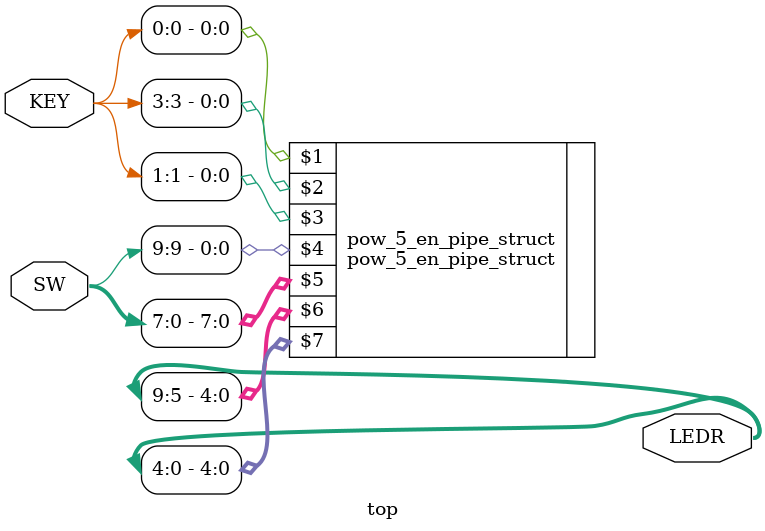
<source format=v>
module top (SW, KEY, LEDR);

	 input wire [9:0] SW;        // DE-series switches
    input wire [3:0] KEY;       // DE-series pushbuttons
	    
	 output wire [9:0] LEDR;     // DE-series LEDs   

    pow_5_en_pipe_struct pow_5_en_pipe_struct (KEY[0], KEY[3], KEY[1], SW[9], SW[7:0], LEDR[9:5], LEDR[4:0]);

endmodule


</source>
